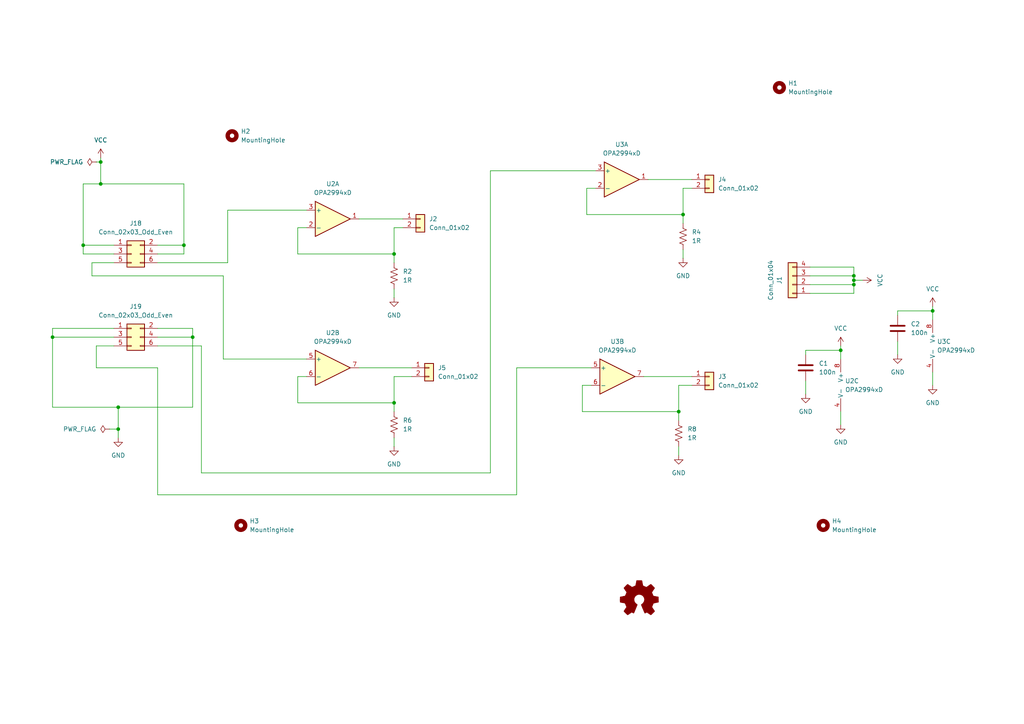
<source format=kicad_sch>
(kicad_sch (version 20250114) (generator "eeschema") (generator_version "9.0")
  (paper "A4")
  (lib_symbols
    (symbol "Amplifier_Operational:OPA2994xD" (pin_names (offset 0.127))
      (property "Reference" "U" (at 0 5.08 0))
      (property "Value" "OPA2994xD" (at 0 -5.08 0))
      (symbol "OPA2994xD_1_1"
        (polyline (pts (xy -5.08 5.08) (xy 5.08 0) (xy -5.08 -5.08) (xy -5.08 5.08)) (stroke (width 0.254)) (fill (type background)))
        (pin input line (at -7.62 2.54 0) (length 2.54) (name "+") (number "3"))
        (pin input line (at -7.62 -2.54 0) (length 2.54) (name "-") (number "2"))
        (pin output line (at 7.62 0 180) (length 2.54) (name "~") (number "1"))
      )
      (symbol "OPA2994xD_2_1"
        (polyline (pts (xy -5.08 5.08) (xy 5.08 0) (xy -5.08 -5.08) (xy -5.08 5.08)) (stroke (width 0.254)) (fill (type background)))
        (pin input line (at -7.62 2.54 0) (length 2.54) (name "+") (number "5"))
        (pin input line (at -7.62 -2.54 0) (length 2.54) (name "-") (number "6"))
        (pin output line (at 7.62 0 180) (length 2.54) (name "~") (number "7"))
      )
      (symbol "OPA2994xD_3_1"
        (pin power_in line (at -2.54 7.62 270) (length 3.81) (name "V+") (number "8"))
        (pin power_in line (at -2.54 -7.62 90) (length 3.81) (name "V-") (number "4"))
      )
    )
    (symbol "Connector_Generic:Conn_01x02" (pin_names (offset 1.016) (hide yes))
      (property "Reference" "J" (at 0 2.54 0))
      (property "Value" "Conn_01x02" (at 0 -5.08 0))
      (symbol "Conn_01x02_1_1"
        (rectangle (start -1.27 1.27) (end 1.27 -3.81) (stroke (width 0.254)) (fill (type background)))
        (rectangle (start -1.27 0.127) (end 0 -0.127) (stroke (width 0.1524)))
        (rectangle (start -1.27 -2.413) (end 0 -2.667) (stroke (width 0.1524)))
        (pin passive line (at -5.08 0 0) (length 3.81) (name "Pin_1") (number "1"))
        (pin passive line (at -5.08 -2.54 0) (length 3.81) (name "Pin_2") (number "2"))
      )
    )
    (symbol "Connector_Generic:Conn_01x04" (pin_names (offset 1.016) (hide yes))
      (property "Reference" "J" (at 0 5.08 0))
      (property "Value" "Conn_01x04" (at 0 -7.62 0))
      (symbol "Conn_01x04_1_1"
        (rectangle (start -1.27 3.81) (end 1.27 -6.35) (stroke (width 0.254)) (fill (type background)))
        (rectangle (start -1.27 2.667) (end 0 2.413) (stroke (width 0.1524)))
        (rectangle (start -1.27 0.127) (end 0 -0.127) (stroke (width 0.1524)))
        (rectangle (start -1.27 -2.413) (end 0 -2.667) (stroke (width 0.1524)))
        (rectangle (start -1.27 -4.953) (end 0 -5.207) (stroke (width 0.1524)))
        (pin passive line (at -5.08 2.54 0) (length 3.81) (name "Pin_1") (number "1"))
        (pin passive line (at -5.08 0 0) (length 3.81) (name "Pin_2") (number "2"))
        (pin passive line (at -5.08 -2.54 0) (length 3.81) (name "Pin_3") (number "3"))
        (pin passive line (at -5.08 -5.08 0) (length 3.81) (name "Pin_4") (number "4"))
      )
    )
    (symbol "Connector_Generic:Conn_02x03_Odd_Even" (pin_names (offset 1.016) (hide yes))
      (property "Reference" "J" (at 1.27 5.08 0))
      (property "Value" "Conn_02x03_Odd_Even" (at 1.27 -5.08 0))
      (symbol "Conn_02x03_Odd_Even_1_1"
        (rectangle (start -1.27 3.81) (end 3.81 -3.81) (stroke (width 0.254)) (fill (type background)))
        (rectangle (start -1.27 2.667) (end 0 2.413) (stroke (width 0.1524)))
        (rectangle (start -1.27 0.127) (end 0 -0.127) (stroke (width 0.1524)))
        (rectangle (start -1.27 -2.413) (end 0 -2.667) (stroke (width 0.1524)))
        (rectangle (start 3.81 2.667) (end 2.54 2.413) (stroke (width 0.1524)))
        (rectangle (start 3.81 0.127) (end 2.54 -0.127) (stroke (width 0.1524)))
        (rectangle (start 3.81 -2.413) (end 2.54 -2.667) (stroke (width 0.1524)))
        (pin passive line (at -5.08 2.54 0) (length 3.81) (name "Pin_1") (number "1"))
        (pin passive line (at -5.08 0 0) (length 3.81) (name "Pin_3") (number "3"))
        (pin passive line (at -5.08 -2.54 0) (length 3.81) (name "Pin_5") (number "5"))
        (pin passive line (at 7.62 2.54 180) (length 3.81) (name "Pin_2") (number "2"))
        (pin passive line (at 7.62 0 180) (length 3.81) (name "Pin_4") (number "4"))
        (pin passive line (at 7.62 -2.54 180) (length 3.81) (name "Pin_6") (number "6"))
      )
    )
    (symbol "Device:C" (pin_numbers (hide yes)) (pin_names (offset 0.254))
      (property "Reference" "C" (at 0.635 2.54 0))
      (property "Value" "C" (at 0.635 -2.54 0))
      (symbol "C_0_1"
        (polyline (pts (xy -2.032 0.762) (xy 2.032 0.762)) (stroke (width 0.508)))
        (polyline (pts (xy -2.032 -0.762) (xy 2.032 -0.762)) (stroke (width 0.508)))
      )
      (symbol "C_1_1"
        (pin passive line (at 0 3.81 270) (length 2.794) (name "~") (number "1"))
        (pin passive line (at 0 -3.81 90) (length 2.794) (name "~") (number "2"))
      )
    )
    (symbol "Device:R_US" (pin_numbers (hide yes)) (pin_names (offset 0))
      (property "Reference" "R" (at 2.54 0 90))
      (property "Value" "R_US" (at -2.54 0 90))
      (symbol "R_US_0_1"
        (polyline (pts (xy 0 2.286) (xy 0 2.54)))
        (polyline (pts (xy 0 2.286) (xy 1.016 1.905) (xy 0 1.524) (xy -1.016 1.143) (xy 0 0.762)))
        (polyline (pts (xy 0 0.762) (xy 1.016 0.381) (xy 0 0) (xy -1.016 -0.381) (xy 0 -0.762)))
        (polyline (pts (xy 0 -0.762) (xy 1.016 -1.143) (xy 0 -1.524) (xy -1.016 -1.905) (xy 0 -2.286)))
        (polyline (pts (xy 0 -2.286) (xy 0 -2.54)))
      )
      (symbol "R_US_1_1"
        (pin passive line (at 0 3.81 270) (length 1.27) (name "~") (number "1"))
        (pin passive line (at 0 -3.81 90) (length 1.27) (name "~") (number "2"))
      )
    )
    (symbol "Graphic:Logo_Open_Hardware_Small" (in_bom no) (on_board no)
      (symbol "Logo_Open_Hardware_Small_0_1"
        (polyline (pts (xy 3.3528 -4.3434) (xy 3.302 -4.318) (xy 3.175 -4.2418) (xy 2.9972 -4.1148) (xy 2.7686 -3.9624) (xy 2.54 -3.81) (xy 2.3622 -3.7084) (xy 2.2352 -3.6068) (xy 2.1844 -3.5814) (xy 2.159 -3.6068) (xy 2.0574 -3.6576) (xy 1.905 -3.7338) (xy 1.8034 -3.7846) (xy 1.6764 -3.8354) (xy 1.6002 -3.8354) (xy 1.6002 -3.8354) (xy 1.5494 -3.7338) (xy 1.4732 -3.5306) (xy 1.3462 -3.302) (xy 1.2446 -3.0226) (xy 1.1176 -2.7178) (xy 0.9652 -2.413) (xy 0.8636 -2.1082) (xy 0.7366 -1.8288) (xy 0.6604 -1.6256) (xy 0.6096 -1.4732) (xy 0.5842 -1.397) (xy 0.5842 -1.397) (xy 0.6604 -1.3208) (xy 0.7874 -1.2446) (xy 1.0414 -1.016) (xy 1.2954 -0.6858) (xy 1.4478 -0.3302) (xy 1.524 0.0762) (xy 1.4732 0.4572) (xy 1.3208 0.8128) (xy 1.0668 1.143) (xy 0.762 1.3716) (xy 0.4064 1.524) (xy 0 1.5748) (xy -0.381 1.5494) (xy -0.7366 1.397) (xy -1.0668 1.143) (xy -1.2192 0.9906) (xy -1.397 0.6604) (xy -1.524 0.3048) (xy -1.524 0.2286) (xy -1.4986 -0.1778) (xy -1.397 -0.5334) (xy -1.1938 -0.8636) (xy -0.9144 -1.143) (xy -0.8636 -1.1684) (xy -0.7366 -1.27) (xy -0.635 -1.3462) (xy -0.5842 -1.397) (xy -1.0668 -2.5908) (xy -1.143 -2.794) (xy -1.2954 -3.1242) (xy -1.397 -3.4036) (xy -1.4986 -3.6322) (xy -1.5748 -3.7846) (xy -1.6002 -3.8354) (xy -1.6002 -3.8354) (xy -1.651 -3.8354) (xy -1.7272 -3.81) (xy -1.905 -3.7338) (xy -2.0066 -3.683) (xy -2.1336 -3.6068) (xy -2.2098 -3.5814) (xy -2.2606 -3.6068) (xy -2.3622 -3.683) (xy -2.54 -3.81) (xy -2.7686 -3.9624) (xy -2.9718 -4.0894) (xy -3.1496 -4.2164) (xy -3.302 -4.318) (xy -3.3528 -4.3434) (xy -3.3782 -4.3434) (xy -3.429 -4.318) (xy -3.5306 -4.2164) (xy -3.7084 -4.064) (xy -3.937 -3.8354) (xy -3.9624 -3.81) (xy -4.1656 -3.6068) (xy -4.318 -3.4544) (xy -4.4196 -3.3274) (xy -4.445 -3.2766) (xy -4.445 -3.2766) (xy -4.4196 -3.2258) (xy -4.318 -3.0734) (xy -4.2164 -2.8956) (xy -4.064 -2.667) (xy -3.6576 -2.0828) (xy -3.8862 -1.5494) (xy -3.937 -1.3716) (xy -4.0386 -1.1684) (xy -4.0894 -1.0414) (xy -4.1148 -0.9652) (xy -4.191 -0.9398) (xy -4.318 -0.9144) (xy -4.5466 -0.8636) (xy -4.8006 -0.8128) (xy -5.0546 -0.7874) (xy -5.2578 -0.7366) (xy -5.4356 -0.7112) (xy -5.5118 -0.6858) (xy -5.5118 -0.6858) (xy -5.5372 -0.635) (xy -5.5372 -0.5588) (xy -5.5372 -0.4318) (xy -5.5626 -0.2286) (xy -5.5626 0.0762) (xy -5.5626 0.127) (xy -5.5372 0.4064) (xy -5.5372 0.635) (xy -5.5372 0.762) (xy -5.5372 0.8382) (xy -5.5372 0.8382) (xy -5.461 0.8382) (xy -5.3086 0.889) (xy -5.08 0.9144) (xy -4.826 0.9652) (xy -4.8006 0.9906) (xy -4.5466 1.0414) (xy -4.318 1.0668) (xy -4.1656 1.1176) (xy -4.0894 1.143) (xy -4.0894 1.143) (xy -4.0386 1.2446) (xy -3.9624 1.4224) (xy -3.8608 1.6256) (xy -3.7846 1.8288) (xy -3.7084 2.0066) (xy -3.6576 2.159) (xy -3.6322 2.2098) (xy -3.6322 2.2098) (xy -3.683 2.286) (xy -3.7592 2.413) (xy -3.8862 2.5908) (xy -4.064 2.8194) (xy -4.064 2.8448) (xy -4.2164 3.0734) (xy -4.3434 3.2512) (xy -4.4196 3.3782) (xy -4.445 3.4544) (xy -4.445 3.4544) (xy -4.3942 3.5052) (xy -4.2926 3.6322) (xy -4.1148 3.81) (xy -3.937 4.0132) (xy -3.8608 4.064) (xy -3.6576 4.2926) (xy -3.5052 4.4196) (xy -3.4036 4.4958) (xy -3.3528 4.5212) (xy -3.3528 4.5212) (xy -3.302 4.4704) (xy -3.1496 4.3688) (xy -2.9718 4.2418) (xy -2.7432 4.0894) (xy -2.7178 4.0894) (xy -2.4892 3.937) (xy -2.3114 3.81) (xy -2.1844 3.7084) (xy -2.1336 3.683) (xy -2.1082 3.683) (xy -2.032 3.7084) (xy -1.8542 3.7592) (xy -1.6764 3.8354) (xy -1.4732 3.937) (xy -1.27 4.0132) (xy -1.143 4.064) (xy -1.0668 4.1148) (xy -1.0668 4.1148) (xy -1.0414 4.191) (xy -1.016 4.3434) (xy -0.9652 4.572) (xy -0.9144 4.8514) (xy -0.889 4.9022) (xy -0.8382 5.1562) (xy -0.8128 5.3848) (xy -0.7874 5.5372) (xy -0.762 5.588) (xy -0.7112 5.6134) (xy -0.5842 5.6134) (xy -0.4064 5.6134) (xy -0.1524 5.6134) (xy 0.0762 5.6134) (xy 0.3302 5.6134) (xy 0.5334 5.6134) (xy 0.6858 5.588) (xy 0.7366 5.588) (xy 0.7366 5.588) (xy 0.762 5.5118) (xy 0.8128 5.334) (xy 0.8382 5.1054) (xy 0.9144 4.826) (xy 0.9144 4.7752) (xy 0.9652 4.5212) (xy 1.016 4.2926) (xy 1.0414 4.1402) (xy 1.0668 4.0894) (xy 1.0668 4.0894) (xy 1.1938 4.0386) (xy 1.3716 3.9624) (xy 1.5748 3.8608) (xy 2.0828 3.6576) (xy 2.7178 4.0894) (xy 2.7686 4.1402) (xy 2.9972 4.2926) (xy 3.175 4.4196) (xy 3.302 4.4958) (xy 3.3782 4.5212) (xy 3.3782 4.5212) (xy 3.429 4.4704) (xy 3.556 4.3434) (xy 3.7338 4.191) (xy 3.9116 3.9878) (xy 4.064 3.8354) (xy 4.2418 3.6576) (xy 4.3434 3.556) (xy 4.4196 3.4798) (xy 4.4196 3.429) (xy 4.4196 3.4036) (xy 4.3942 3.3274) (xy 4.2926 3.2004) (xy 4.1656 2.9972) (xy 4.0132 2.794) (xy 3.8862 2.5908) (xy 3.7592 2.3876) (xy 3.6576 2.2352) (xy 3.6322 2.159) (xy 3.6322 2.1336) (xy 3.683 2.0066) (xy 3.7592 1.8288) (xy 3.8608 1.6002) (xy 4.064 1.1176) (xy 4.3942 1.0414) (xy 4.5974 1.016) (xy 4.8768 0.9652) (xy 5.1308 0.9144) (xy 5.5372 0.8382) (xy 5.5626 -0.6604) (xy 5.4864 -0.6858) (xy 5.4356 -0.6858) (xy 5.2832 -0.7366) (xy 5.0546 -0.762) (xy 4.8006 -0.8128) (xy 4.5974 -0.8636) (xy 4.3688 -0.9144) (xy 4.2164 -0.9398) (xy 4.1402 -0.9398) (xy 4.1148 -0.9652) (xy 4.064 -1.0668) (xy 3.9878 -1.2446) (xy 3.9116 -1.4478) (xy 3.81 -1.651) (xy 3.7338 -1.8542) (xy 3.683 -2.0066) (xy 3.6576 -2.0828) (xy 3.683 -2.1336) (xy 3.7846 -2.2606) (xy 3.8862 -2.4638) (xy 4.0386 -2.667) (xy 4.191 -2.8956) (xy 4.318 -3.0734) (xy 4.3942 -3.2004) (xy 4.445 -3.2766) (xy 4.4196 -3.3274) (xy 4.3434 -3.429) (xy 4.1656 -3.5814) (xy 3.937 -3.8354) (xy 3.8862 -3.8608) (xy 3.683 -4.064) (xy 3.5306 -4.2164) (xy 3.4036 -4.318) (xy 3.3528 -4.3434)) (fill (type outline)))
      )
    )
    (symbol "Mechanical:MountingHole" (pin_names (offset 1.016)) (exclude_from_sim yes) (in_bom no)
      (property "Reference" "H" (at 0 5.08 0))
      (property "Value" "MountingHole" (at 0 3.175 0))
      (symbol "MountingHole_0_1"
        (circle (center 0 0) (radius 1.27) (stroke (width 1.27)))
      )
    )
    (symbol "power:GND" (power) (pin_numbers (hide yes)) (pin_names (offset 0) (hide yes))
      (property "Value" "GND" (at 0 -3.81 0))
      (symbol "GND_0_1"
        (polyline (pts (xy 0 0) (xy 0 -1.27) (xy 1.27 -1.27) (xy 0 -2.54) (xy -1.27 -1.27) (xy 0 -1.27)))
      )
      (symbol "GND_1_1"
        (pin power_in line (at 0 0 270) (length 0) (name "~") (number "1"))
      )
    )
    (symbol "power:PWR_FLAG" (power) (pin_numbers (hide yes)) (pin_names (offset 0) (hide yes))
      (property "Value" "PWR_FLAG" (at 0 3.81 0))
      (symbol "PWR_FLAG_0_0"
        (pin power_out line (at 0 0 90) (length 0) (name "~") (number "1"))
      )
      (symbol "PWR_FLAG_0_1"
        (polyline (pts (xy 0 0) (xy 0 1.27) (xy -1.016 1.905) (xy 0 2.54) (xy 1.016 1.905) (xy 0 1.27)))
      )
    )
    (symbol "power:VCC" (power) (pin_numbers (hide yes)) (pin_names (offset 0) (hide yes))
      (property "Value" "VCC" (at 0 3.556 0))
      (symbol "VCC_0_1"
        (polyline (pts (xy -0.762 1.27) (xy 0 2.54)))
        (polyline (pts (xy 0 2.54) (xy 0.762 1.27)))
        (polyline (pts (xy 0 0) (xy 0 2.54)))
      )
      (symbol "VCC_1_1"
        (pin power_in line (at 0 0 90) (length 0) (name "~") (number "1"))
      )
    )
  )
  (junction (at 114.3 73.66))
  (junction (at 247.65 81.28))
  (junction (at 29.21 46.99))
  (junction (at 198.12 62.23))
  (junction (at 247.65 80.01))
  (junction (at 196.85 119.38))
  (junction (at 15.24 97.79))
  (junction (at 34.29 124.46))
  (junction (at 55.88 97.79))
  (junction (at 114.3 116.84))
  (junction (at 53.34 71.12))
  (junction (at 24.13 71.12))
  (junction (at 243.84 101.6))
  (junction (at 29.21 53.34))
  (junction (at 270.51 90.17))
  (junction (at 34.29 118.11))
  (junction (at 247.65 82.55))
  (wire (pts (xy 142.24 49.53) (xy 172.72 49.53)))
  (wire (pts (xy 27.94 100.33) (xy 33.02 100.33)))
  (wire (pts (xy 142.24 137.16) (xy 58.42 137.16)))
  (wire (pts (xy 55.88 95.25) (xy 55.88 97.79)))
  (wire (pts (xy 149.86 143.51) (xy 45.72 143.51)))
  (wire (pts (xy 170.18 62.23) (xy 170.18 54.61)))
  (wire (pts (xy 86.36 73.66) (xy 86.36 66.04)))
  (wire (pts (xy 86.36 109.22) (xy 88.9 109.22)))
  (wire (pts (xy 260.35 91.44) (xy 260.35 90.17)))
  (wire (pts (xy 29.21 53.34) (xy 53.34 53.34)))
  (wire (pts (xy 200.66 54.61) (xy 198.12 54.61)))
  (wire (pts (xy 247.65 81.28) (xy 247.65 80.01)))
  (wire (pts (xy 58.42 100.33) (xy 45.72 100.33)))
  (wire (pts (xy 187.96 52.07) (xy 200.66 52.07)))
  (wire (pts (xy 34.29 124.46) (xy 34.29 127)))
  (wire (pts (xy 64.77 104.14) (xy 64.77 80.01)))
  (wire (pts (xy 168.91 119.38) (xy 196.85 119.38)))
  (wire (pts (xy 196.85 129.54) (xy 196.85 132.08)))
  (wire (pts (xy 15.24 95.25) (xy 15.24 97.79)))
  (wire (pts (xy 24.13 53.34) (xy 29.21 53.34)))
  (wire (pts (xy 243.84 119.38) (xy 243.84 123.19)))
  (wire (pts (xy 233.68 102.87) (xy 233.68 101.6)))
  (wire (pts (xy 196.85 111.76) (xy 196.85 119.38)))
  (wire (pts (xy 247.65 82.55) (xy 234.95 82.55)))
  (wire (pts (xy 114.3 127) (xy 114.3 129.54)))
  (wire (pts (xy 149.86 106.68) (xy 149.86 143.51)))
  (wire (pts (xy 31.75 124.46) (xy 34.29 124.46)))
  (wire (pts (xy 243.84 100.33) (xy 243.84 101.6)))
  (wire (pts (xy 270.51 107.95) (xy 270.51 111.76)))
  (wire (pts (xy 45.72 73.66) (xy 53.34 73.66)))
  (wire (pts (xy 34.29 118.11) (xy 34.29 124.46)))
  (wire (pts (xy 88.9 60.96) (xy 66.04 60.96)))
  (wire (pts (xy 247.65 85.09) (xy 234.95 85.09)))
  (wire (pts (xy 45.72 71.12) (xy 53.34 71.12)))
  (wire (pts (xy 34.29 118.11) (xy 55.88 118.11)))
  (wire (pts (xy 27.94 46.99) (xy 29.21 46.99)))
  (wire (pts (xy 88.9 104.14) (xy 64.77 104.14)))
  (wire (pts (xy 86.36 73.66) (xy 114.3 73.66)))
  (wire (pts (xy 247.65 80.01) (xy 247.65 77.47)))
  (wire (pts (xy 170.18 62.23) (xy 198.12 62.23)))
  (wire (pts (xy 15.24 97.79) (xy 33.02 97.79)))
  (wire (pts (xy 200.66 111.76) (xy 196.85 111.76)))
  (wire (pts (xy 86.36 116.84) (xy 86.36 109.22)))
  (wire (pts (xy 86.36 116.84) (xy 114.3 116.84)))
  (wire (pts (xy 15.24 118.11) (xy 34.29 118.11)))
  (wire (pts (xy 114.3 66.04) (xy 114.3 73.66)))
  (wire (pts (xy 186.69 109.22) (xy 200.66 109.22)))
  (wire (pts (xy 168.91 119.38) (xy 168.91 111.76)))
  (wire (pts (xy 270.51 88.9) (xy 270.51 90.17)))
  (wire (pts (xy 247.65 77.47) (xy 234.95 77.47)))
  (wire (pts (xy 86.36 66.04) (xy 88.9 66.04)))
  (wire (pts (xy 66.04 76.2) (xy 45.72 76.2)))
  (wire (pts (xy 45.72 143.51) (xy 45.72 106.68)))
  (wire (pts (xy 247.65 85.09) (xy 247.65 82.55)))
  (wire (pts (xy 142.24 49.53) (xy 142.24 137.16)))
  (wire (pts (xy 233.68 101.6) (xy 243.84 101.6)))
  (wire (pts (xy 27.94 106.68) (xy 27.94 100.33)))
  (wire (pts (xy 149.86 106.68) (xy 171.45 106.68)))
  (wire (pts (xy 15.24 97.79) (xy 15.24 118.11)))
  (wire (pts (xy 198.12 64.77) (xy 198.12 62.23)))
  (wire (pts (xy 233.68 110.49) (xy 233.68 114.3)))
  (wire (pts (xy 168.91 111.76) (xy 171.45 111.76)))
  (wire (pts (xy 116.84 66.04) (xy 114.3 66.04)))
  (wire (pts (xy 33.02 95.25) (xy 15.24 95.25)))
  (wire (pts (xy 45.72 106.68) (xy 27.94 106.68)))
  (wire (pts (xy 114.3 83.82) (xy 114.3 86.36)))
  (wire (pts (xy 29.21 46.99) (xy 29.21 45.72)))
  (wire (pts (xy 26.67 80.01) (xy 26.67 76.2)))
  (wire (pts (xy 198.12 72.39) (xy 198.12 74.93)))
  (wire (pts (xy 55.88 97.79) (xy 55.88 118.11)))
  (wire (pts (xy 198.12 54.61) (xy 198.12 62.23)))
  (wire (pts (xy 53.34 71.12) (xy 53.34 53.34)))
  (wire (pts (xy 104.14 106.68) (xy 119.38 106.68)))
  (wire (pts (xy 260.35 90.17) (xy 270.51 90.17)))
  (wire (pts (xy 33.02 73.66) (xy 24.13 73.66)))
  (wire (pts (xy 45.72 97.79) (xy 55.88 97.79)))
  (wire (pts (xy 170.18 54.61) (xy 172.72 54.61)))
  (wire (pts (xy 243.84 101.6) (xy 243.84 104.14)))
  (wire (pts (xy 114.3 119.38) (xy 114.3 116.84)))
  (wire (pts (xy 66.04 60.96) (xy 66.04 76.2)))
  (wire (pts (xy 24.13 71.12) (xy 24.13 53.34)))
  (wire (pts (xy 196.85 121.92) (xy 196.85 119.38)))
  (wire (pts (xy 247.65 80.01) (xy 234.95 80.01)))
  (wire (pts (xy 26.67 76.2) (xy 33.02 76.2)))
  (wire (pts (xy 24.13 73.66) (xy 24.13 71.12)))
  (wire (pts (xy 114.3 109.22) (xy 114.3 116.84)))
  (wire (pts (xy 119.38 109.22) (xy 114.3 109.22)))
  (wire (pts (xy 270.51 90.17) (xy 270.51 92.71)))
  (wire (pts (xy 58.42 137.16) (xy 58.42 100.33)))
  (wire (pts (xy 33.02 71.12) (xy 24.13 71.12)))
  (wire (pts (xy 247.65 81.28) (xy 250.19 81.28)))
  (wire (pts (xy 53.34 73.66) (xy 53.34 71.12)))
  (wire (pts (xy 114.3 76.2) (xy 114.3 73.66)))
  (wire (pts (xy 260.35 99.06) (xy 260.35 102.87)))
  (wire (pts (xy 104.14 63.5) (xy 116.84 63.5)))
  (wire (pts (xy 45.72 95.25) (xy 55.88 95.25)))
  (wire (pts (xy 29.21 53.34) (xy 29.21 46.99)))
  (wire (pts (xy 247.65 82.55) (xy 247.65 81.28)))
  (wire (pts (xy 64.77 80.01) (xy 26.67 80.01)))
  (symbol (lib_id "power:GND") (at 114.3 86.36 0) (unit 1)
    (property "Reference" "#PWR09" (effects (hide yes)))
    (property "Value" "GND" (at 114.3 91.44 0))
    (property "Description" "Power symbol creates a global label with name \"GND\" , ground" (effects (hide yes)))
  )
  (symbol (lib_id "power:VCC") (at 29.21 45.72 0) (unit 1)
    (property "Reference" "#PWR06" (effects (hide yes)))
    (property "Value" "VCC" (at 29.21 40.64 0))
    (property "Description" "Power symbol creates a global label with name \"VCC\"" (effects (hide yes)))
  )
  (symbol (lib_id "Device:C") (at 233.68 106.68 0) (unit 1)
    (property "Reference" "C1" (at 237.49 105.4099 0) (effects (justify left)))
    (property "Value" "100n" (at 237.49 107.9499 0) (effects (justify left)))
    (property "Footprint" "Capacitor_SMD:C_0805_2012Metric_Pad1.18x1.45mm_HandSolder" (effects (hide yes)))
    (property "Description" "Unpolarized capacitor" (effects (hide yes)))
  )
  (symbol (lib_id "Mechanical:MountingHole") (at 67.31 39.37 0) (unit 1) (exclude_from_sim yes) (in_bom no)
    (property "Reference" "H2" (at 69.85 38.0999 0) (effects (justify left)))
    (property "Value" "MountingHole" (at 69.85 40.6399 0) (effects (justify left)))
    (property "Footprint" "custom_footprints:MountingHole_3.45mm" (effects (hide yes)))
    (property "Description" "Mounting Hole without connection" (effects (hide yes)))
  )
  (symbol (lib_id "power:GND") (at 196.85 132.08 0) (unit 1)
    (property "Reference" "#PWR02" (effects (hide yes)))
    (property "Value" "GND" (at 196.85 137.16 0))
    (property "Description" "Power symbol creates a global label with name \"GND\" , ground" (effects (hide yes)))
  )
  (symbol (lib_id "Mechanical:MountingHole") (at 226.06 25.4 0) (unit 1) (exclude_from_sim yes) (in_bom no)
    (property "Reference" "H1" (at 228.6 24.1299 0) (effects (justify left)))
    (property "Value" "MountingHole" (at 228.6 26.6699 0) (effects (justify left)))
    (property "Footprint" "custom_footprints:MountingHole_3.45mm" (effects (hide yes)))
    (property "Description" "Mounting Hole without connection" (effects (hide yes)))
  )
  (symbol (lib_id "Device:R_US") (at 198.12 68.58 0) (unit 1)
    (property "Reference" "R4" (at 200.66 67.3099 0) (effects (justify left)))
    (property "Value" "1R" (at 200.66 69.8499 0) (effects (justify left)))
    (property "Footprint" "Resistor_SMD:R_2512_6332Metric_Pad1.40x3.35mm_HandSolder" (effects (hide yes)))
    (property "Description" "Resistor, US symbol" (effects (hide yes)))
  )
  (symbol (lib_id "power:GND") (at 233.68 114.3 0) (unit 1)
    (property "Reference" "#PWR01" (effects (hide yes)))
    (property "Value" "GND" (at 233.68 119.38 0))
    (property "Description" "Power symbol creates a global label with name \"GND\" , ground" (effects (hide yes)))
  )
  (symbol (lib_id "power:PWR_FLAG") (at 27.94 46.99 90) (unit 1)
    (property "Reference" "#FLG01" (effects (hide yes)))
    (property "Value" "PWR_FLAG" (at 24.13 46.9899 90) (effects (justify left)))
    (property "Description" "Special symbol for telling ERC where power comes from" (effects (hide yes)))
  )
  (symbol (lib_id "Amplifier_Operational:OPA2994xD") (at 96.52 63.5 0) (unit 1)
    (property "Reference" "U2" (at 96.52 53.34 0))
    (property "Value" "OPA2994xD" (at 96.52 55.88 0))
    (property "Footprint" "Package_SO:SOIC-8_3.9x4.9mm_P1.27mm" (effects (hide yes)))
    (property "Datasheet" "https://www.ti.com/lit/ds/symlink/opa2994.pdf" (effects (hide yes)))
    (property "Description" "Dual Opamp, Rail-to-Rail Input/Output, Unlimited Capacitive Load Drive, 125mA Output Current, 2-32V, 350uV offset, 24MHz GBW, SOIC-8" (effects (hide yes)))
  )
  (symbol (lib_id "power:PWR_FLAG") (at 31.75 124.46 90) (unit 1)
    (property "Reference" "#FLG02" (effects (hide yes)))
    (property "Value" "PWR_FLAG" (at 27.94 124.4599 90) (effects (justify left)))
    (property "Description" "Special symbol for telling ERC where power comes from" (effects (hide yes)))
  )
  (symbol (lib_id "power:GND") (at 114.3 129.54 0) (unit 1)
    (property "Reference" "#PWR011" (effects (hide yes)))
    (property "Value" "GND" (at 114.3 134.62 0))
    (property "Description" "Power symbol creates a global label with name \"GND\" , ground" (effects (hide yes)))
  )
  (symbol (lib_id "power:VCC") (at 243.84 100.33 0) (unit 1)
    (property "Reference" "#PWR08" (effects (hide yes)))
    (property "Value" "VCC" (at 243.84 95.25 0))
    (property "Description" "Power symbol creates a global label with name \"VCC\"" (effects (hide yes)))
  )
  (symbol (lib_id "Amplifier_Operational:OPA2994xD") (at 246.38 111.76 0) (unit 3)
    (property "Reference" "U2" (at 245.11 110.4899 0) (effects (justify left)))
    (property "Value" "OPA2994xD" (at 245.11 113.0299 0) (effects (justify left)))
    (property "Footprint" "Package_SO:SOIC-8_3.9x4.9mm_P1.27mm" (effects (hide yes)))
    (property "Datasheet" "https://www.ti.com/lit/ds/symlink/opa2994.pdf" (effects (hide yes)))
    (property "Description" "Dual Opamp, Rail-to-Rail Input/Output, Unlimited Capacitive Load Drive, 125mA Output Current, 2-32V, 350uV offset, 24MHz GBW, SOIC-8" (effects (hide yes)))
  )
  (symbol (lib_id "Connector_Generic:Conn_02x03_Odd_Even") (at 38.1 97.79 0) (unit 1)
    (property "Reference" "J19" (at 39.37 88.9 0))
    (property "Value" "Conn_02x03_Odd_Even" (at 39.37 91.44 0))
    (property "Footprint" "Connector_Wuerth:Wuerth_WR-PHD_610006243021_SMD_2x03_P2.54mm_Vertical" (effects (hide yes)))
    (property "Description" "Generic connector, double row, 02x03, odd/even pin numbering scheme (row 1 odd numbers, row 2 even numbers), script generated (kicad-library-utils/schlib/autogen/connector/)" (effects (hide yes)))
  )
  (symbol (lib_id "power:GND") (at 34.29 127 0) (unit 1)
    (property "Reference" "#PWR014" (effects (hide yes)))
    (property "Value" "GND" (at 34.29 132.08 0))
    (property "Description" "Power symbol creates a global label with name \"GND\" , ground" (effects (hide yes)))
  )
  (symbol (lib_id "power:GND") (at 270.51 111.76 0) (unit 1)
    (property "Reference" "#PWR03" (effects (hide yes)))
    (property "Value" "GND" (at 270.51 116.84 0))
    (property "Description" "Power symbol creates a global label with name \"GND\" , ground" (effects (hide yes)))
  )
  (symbol (lib_id "Device:C") (at 260.35 95.25 0) (unit 1)
    (property "Reference" "C2" (at 264.16 93.9799 0) (effects (justify left)))
    (property "Value" "100n" (at 264.16 96.5199 0) (effects (justify left)))
    (property "Footprint" "Capacitor_SMD:C_0805_2012Metric_Pad1.18x1.45mm_HandSolder" (effects (hide yes)))
    (property "Description" "Unpolarized capacitor" (effects (hide yes)))
  )
  (symbol (lib_id "Amplifier_Operational:OPA2994xD") (at 180.34 52.07 0) (unit 1)
    (property "Reference" "U3" (at 180.34 41.91 0))
    (property "Value" "OPA2994xD" (at 180.34 44.45 0))
    (property "Footprint" "Package_SO:SOIC-8_3.9x4.9mm_P1.27mm" (effects (hide yes)))
    (property "Datasheet" "https://www.ti.com/lit/ds/symlink/opa2994.pdf" (effects (hide yes)))
    (property "Description" "Dual Opamp, Rail-to-Rail Input/Output, Unlimited Capacitive Load Drive, 125mA Output Current, 2-32V, 350uV offset, 24MHz GBW, SOIC-8" (effects (hide yes)))
  )
  (symbol (lib_id "Connector_Generic:Conn_01x02") (at 205.74 52.07 0) (unit 1)
    (property "Reference" "J4" (at 208.28 52.0699 0) (effects (justify left)))
    (property "Value" "Conn_01x02" (at 208.28 54.6099 0) (effects (justify left)))
    (property "Footprint" "Connector_PinHeader_2.54mm:PinHeader_1x02_P2.54mm_Vertical" (effects (hide yes)))
    (property "Description" "Generic connector, single row, 01x02, script generated (kicad-library-utils/schlib/autogen/connector/)" (effects (hide yes)))
  )
  (symbol (lib_id "Amplifier_Operational:OPA2994xD") (at 179.07 109.22 0) (unit 2)
    (property "Reference" "U3" (at 179.07 99.06 0))
    (property "Value" "OPA2994xD" (at 179.07 101.6 0))
    (property "Footprint" "Package_SO:SOIC-8_3.9x4.9mm_P1.27mm" (effects (hide yes)))
    (property "Datasheet" "https://www.ti.com/lit/ds/symlink/opa2994.pdf" (effects (hide yes)))
    (property "Description" "Dual Opamp, Rail-to-Rail Input/Output, Unlimited Capacitive Load Drive, 125mA Output Current, 2-32V, 350uV offset, 24MHz GBW, SOIC-8" (effects (hide yes)))
  )
  (symbol (lib_id "power:VCC") (at 250.19 81.28 270) (unit 1)
    (property "Reference" "#PWR05" (effects (hide yes)))
    (property "Value" "VCC" (at 255.27 81.28 0))
    (property "Description" "Power symbol creates a global label with name \"VCC\"" (effects (hide yes)))
  )
  (symbol (lib_id "Amplifier_Operational:OPA2994xD") (at 96.52 106.68 0) (unit 2)
    (property "Reference" "U2" (at 96.52 96.52 0))
    (property "Value" "OPA2994xD" (at 96.52 99.06 0))
    (property "Footprint" "Package_SO:SOIC-8_3.9x4.9mm_P1.27mm" (effects (hide yes)))
    (property "Datasheet" "https://www.ti.com/lit/ds/symlink/opa2994.pdf" (effects (hide yes)))
    (property "Description" "Dual Opamp, Rail-to-Rail Input/Output, Unlimited Capacitive Load Drive, 125mA Output Current, 2-32V, 350uV offset, 24MHz GBW, SOIC-8" (effects (hide yes)))
  )
  (symbol (lib_id "Connector_Generic:Conn_01x04") (at 229.87 82.55 180) (unit 1)
    (property "Reference" "J1" (at 226.06 81.28 90))
    (property "Value" "Conn_01x04" (at 223.52 81.28 90))
    (property "Footprint" "Connector_PinHeader_2.54mm:PinHeader_1x04_P2.54mm_Vertical" (effects (hide yes)))
    (property "Description" "Generic connector, single row, 01x04, script generated (kicad-library-utils/schlib/autogen/connector/)" (effects (hide yes)))
  )
  (symbol (lib_id "Connector_Generic:Conn_01x02") (at 121.92 63.5 0) (unit 1)
    (property "Reference" "J2" (at 124.46 63.4999 0) (effects (justify left)))
    (property "Value" "Conn_01x02" (at 124.46 66.0399 0) (effects (justify left)))
    (property "Footprint" "Connector_PinHeader_2.54mm:PinHeader_1x02_P2.54mm_Vertical" (effects (hide yes)))
    (property "Description" "Generic connector, single row, 01x02, script generated (kicad-library-utils/schlib/autogen/connector/)" (effects (hide yes)))
  )
  (symbol (lib_id "power:GND") (at 198.12 74.93 0) (unit 1)
    (property "Reference" "#PWR013" (effects (hide yes)))
    (property "Value" "GND" (at 198.12 80.01 0))
    (property "Description" "Power symbol creates a global label with name \"GND\" , ground" (effects (hide yes)))
  )
  (symbol (lib_id "Graphic:Logo_Open_Hardware_Small") (at 185.42 173.99 0) (unit 1) (exclude_from_sim yes) (in_bom no)
    (property "Reference" "SYM1" (effects (hide yes)))
    (property "Value" "Logo_Open_Hardware_Small" (effects (hide yes)))
    (property "Footprint" "custom_footprints:site_small" (effects (hide yes)))
    (property "Description" "Open Hardware logo, small" (effects (hide yes)))
  )
  (symbol (lib_id "Connector_Generic:Conn_01x02") (at 205.74 109.22 0) (unit 1)
    (property "Reference" "J3" (at 208.28 109.2199 0) (effects (justify left)))
    (property "Value" "Conn_01x02" (at 208.28 111.7599 0) (effects (justify left)))
    (property "Footprint" "Connector_PinHeader_2.54mm:PinHeader_1x02_P2.54mm_Vertical" (effects (hide yes)))
    (property "Description" "Generic connector, single row, 01x02, script generated (kicad-library-utils/schlib/autogen/connector/)" (effects (hide yes)))
  )
  (symbol (lib_id "Device:R_US") (at 114.3 80.01 0) (unit 1)
    (property "Reference" "R2" (at 116.84 78.7399 0) (effects (justify left)))
    (property "Value" "1R" (at 116.84 81.2799 0) (effects (justify left)))
    (property "Footprint" "Resistor_SMD:R_2512_6332Metric_Pad1.40x3.35mm_HandSolder" (effects (hide yes)))
    (property "Description" "Resistor, US symbol" (effects (hide yes)))
  )
  (symbol (lib_id "Connector_Generic:Conn_02x03_Odd_Even") (at 38.1 73.66 0) (unit 1)
    (property "Reference" "J18" (at 39.37 64.77 0))
    (property "Value" "Conn_02x03_Odd_Even" (at 39.37 67.31 0))
    (property "Footprint" "Connector_Wuerth:Wuerth_WR-PHD_610006243021_SMD_2x03_P2.54mm_Vertical" (effects (hide yes)))
    (property "Description" "Generic connector, double row, 02x03, odd/even pin numbering scheme (row 1 odd numbers, row 2 even numbers), script generated (kicad-library-utils/schlib/autogen/connector/)" (effects (hide yes)))
  )
  (symbol (lib_id "power:GND") (at 260.35 102.87 0) (unit 1)
    (property "Reference" "#PWR07" (effects (hide yes)))
    (property "Value" "GND" (at 260.35 107.95 0))
    (property "Description" "Power symbol creates a global label with name \"GND\" , ground" (effects (hide yes)))
  )
  (symbol (lib_id "Amplifier_Operational:OPA2994xD") (at 273.05 100.33 0) (unit 3)
    (property "Reference" "U3" (at 271.78 99.0599 0) (effects (justify left)))
    (property "Value" "OPA2994xD" (at 271.78 101.5999 0) (effects (justify left)))
    (property "Footprint" "Package_SO:SOIC-8_3.9x4.9mm_P1.27mm" (effects (hide yes)))
    (property "Datasheet" "https://www.ti.com/lit/ds/symlink/opa2994.pdf" (effects (hide yes)))
    (property "Description" "Dual Opamp, Rail-to-Rail Input/Output, Unlimited Capacitive Load Drive, 125mA Output Current, 2-32V, 350uV offset, 24MHz GBW, SOIC-8" (effects (hide yes)))
  )
  (symbol (lib_id "power:GND") (at 243.84 123.19 0) (unit 1)
    (property "Reference" "#PWR010" (effects (hide yes)))
    (property "Value" "GND" (at 243.84 128.27 0))
    (property "Description" "Power symbol creates a global label with name \"GND\" , ground" (effects (hide yes)))
  )
  (symbol (lib_id "Mechanical:MountingHole") (at 238.76 152.4 0) (unit 1) (exclude_from_sim yes) (in_bom no)
    (property "Reference" "H4" (at 241.3 151.1299 0) (effects (justify left)))
    (property "Value" "MountingHole" (at 241.3 153.6699 0) (effects (justify left)))
    (property "Footprint" "custom_footprints:MountingHole_3.45mm" (effects (hide yes)))
    (property "Description" "Mounting Hole without connection" (effects (hide yes)))
  )
  (symbol (lib_id "Device:R_US") (at 196.85 125.73 0) (unit 1)
    (property "Reference" "R8" (at 199.39 124.4599 0) (effects (justify left)))
    (property "Value" "1R" (at 199.39 126.9999 0) (effects (justify left)))
    (property "Footprint" "Resistor_SMD:R_2512_6332Metric_Pad1.40x3.35mm_HandSolder" (effects (hide yes)))
    (property "Description" "Resistor, US symbol" (effects (hide yes)))
  )
  (symbol (lib_id "power:VCC") (at 270.51 88.9 0) (unit 1)
    (property "Reference" "#PWR04" (effects (hide yes)))
    (property "Value" "VCC" (at 270.51 83.82 0))
    (property "Description" "Power symbol creates a global label with name \"VCC\"" (effects (hide yes)))
  )
  (symbol (lib_id "Connector_Generic:Conn_01x02") (at 124.46 106.68 0) (unit 1)
    (property "Reference" "J5" (at 127 106.6799 0) (effects (justify left)))
    (property "Value" "Conn_01x02" (at 127 109.2199 0) (effects (justify left)))
    (property "Footprint" "Connector_PinHeader_2.54mm:PinHeader_1x02_P2.54mm_Vertical" (effects (hide yes)))
    (property "Description" "Generic connector, single row, 01x02, script generated (kicad-library-utils/schlib/autogen/connector/)" (effects (hide yes)))
  )
  (symbol (lib_id "Device:R_US") (at 114.3 123.19 0) (unit 1)
    (property "Reference" "R6" (at 116.84 121.9199 0) (effects (justify left)))
    (property "Value" "1R" (at 116.84 124.4599 0) (effects (justify left)))
    (property "Footprint" "Resistor_SMD:R_2512_6332Metric_Pad1.40x3.35mm_HandSolder" (effects (hide yes)))
    (property "Description" "Resistor, US symbol" (effects (hide yes)))
  )
  (symbol (lib_id "Mechanical:MountingHole") (at 69.85 152.4 0) (unit 1) (exclude_from_sim yes) (in_bom no)
    (property "Reference" "H3" (at 72.39 151.1299 0) (effects (justify left)))
    (property "Value" "MountingHole" (at 72.39 153.6699 0) (effects (justify left)))
    (property "Footprint" "custom_footprints:MountingHole_3.45mm" (effects (hide yes)))
    (property "Description" "Mounting Hole without connection" (effects (hide yes)))
  )
)
</source>
